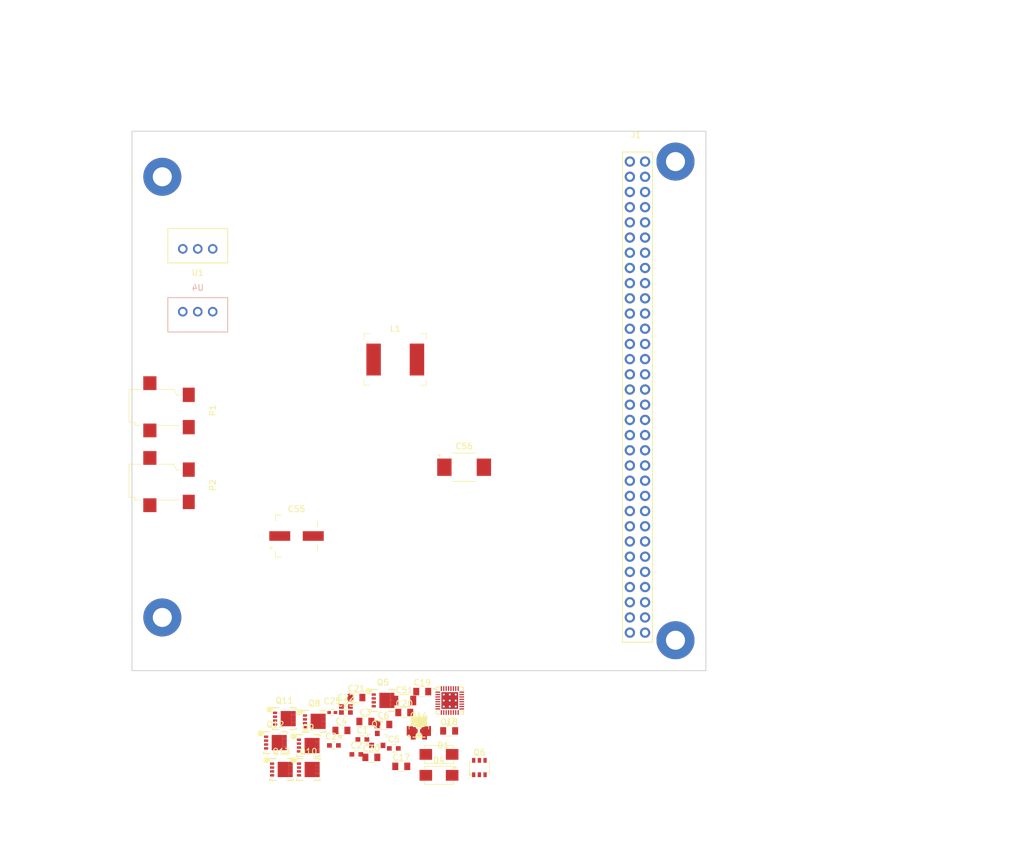
<source format=kicad_pcb>
(kicad_pcb (version 4) (host pcbnew 4.0.7-e2-6376~58~ubuntu16.04.1)
  (title_block (title "Panel Connector Board") (date 2018-02-04) (company "SFU Satellite Design Team"))
  (layers (0 F.Cu signal) (31 B.Cu signal) (34 B.Paste user) (35 F.Paste user) (36 B.SilkS user) (37 F.SilkS user) (38 B.Mask user) (39 F.Mask user) (44 Edge.Cuts user))
  (net 0 "")
  (net 1 "Net-(J1-Pad31B)")
  (net 2 "Net-(J1-Pad30B)")
  (net 3 "Net-(J1-Pad29B)")
  (net 4 "Net-(J1-Pad28B)")
  (net 5 "Net-(J1-Pad27B)")
  (net 6 "Net-(J1-Pad22B)")
  (net 7 "Net-(J1-Pad21B)")
  (net 8 "Net-(J1-Pad20B)")
  (net 9 "Net-(J1-Pad19B)")
  (net 10 "Net-(J1-Pad16B)")
  (net 11 "Net-(J1-Pad15B)")
  (net 12 "Net-(J1-Pad14B)")
  (net 13 "Net-(J1-Pad13B)")
  (net 14 "Net-(J1-Pad12B)")
  (net 15 "Net-(J1-Pad11B)")
  (net 16 "Net-(J1-Pad10B)")
  (net 17 "Net-(J1-Pad8B)")
  (net 18 "Net-(J1-Pad7B)")
  (net 19 "Net-(J1-Pad6B)")
  (net 20 "Net-(J1-Pad5B)")
  (net 21 "Net-(J1-Pad4B)")
  (net 22 "Net-(J1-Pad3B)")
  (net 23 "Net-(J1-Pad2B)")
  (net 24 "Net-(J1-Pad31A)")
  (net 25 "Net-(J1-Pad30A)")
  (net 26 "Net-(J1-Pad29A)")
  (net 27 "Net-(J1-Pad28A)")
  (net 28 "Net-(J1-Pad27A)")
  (net 29 "Net-(J1-Pad26A)")
  (net 30 "Net-(J1-Pad25A)")
  (net 31 "Net-(J1-Pad24A)")
  (net 32 "Net-(J1-Pad23A)")
  (net 33 "Net-(J1-Pad22A)")
  (net 34 "Net-(J1-Pad21A)")
  (net 35 "Net-(J1-Pad20A)")
  (net 36 "Net-(J1-Pad19A)")
  (net 37 "Net-(J1-Pad18A)")
  (net 38 "Net-(J1-Pad17A)")
  (net 39 "Net-(J1-Pad16A)")
  (net 40 "Net-(J1-Pad15A)")
  (net 41 "Net-(J1-Pad14A)")
  (net 42 "Net-(J1-Pad11A)")
  (net 43 "Net-(J1-Pad10A)")
  (net 44 "Net-(J1-Pad9A)")
  (net 45 "Net-(J1-Pad8A)")
  (net 46 "Net-(J1-Pad7A)")
  (net 47 "Net-(J1-Pad6A)")
  (net 48 "Net-(J1-Pad5A)")
  (net 49 "Net-(J1-Pad4A)")
  (net 50 "Net-(J1-Pad3A)")
  (net 51 "Net-(J1-Pad2A)")
  (net 52 "Net-(J1-Pad1A)")
  (net 53 "Net-(J1-Pad26B)")
  (net 54 "Net-(J1-Pad25B)")
  (net 55 "Net-(J1-Pad24B)")
  (net 56 "Net-(J1-Pad23B)")
  (net 57 "Net-(J1-Pad18B)")
  (net 58 "Net-(J1-Pad17B)")
  (net 59 GND)
  (net 60 "Net-(C1-Pad1)")
  (net 61 GNDPWR)
  (net 62 "Net-(C2-Pad1)")
  (net 63 "Net-(C2-Pad2)")
  (net 64 "Net-(C17-Pad1)")
  (net 65 /BMS_new/ILIM_HIZ)
  (net 66 "Net-(C22-Pad1)")
  (net 67 "Net-(C23-Pad2)")
  (net 68 /BMS_new/VDDA)
  (net 69 "Net-(C25-Pad2)")
  (net 70 "Net-(C26-Pad2)")
  (net 71 "Net-(C28-Pad1)")
  (net 72 "Net-(C29-Pad1)")
  (net 73 /BMS_new/VBUS)
  (net 74 "Net-(C32-Pad1)")
  (net 75 "Net-(C33-Pad2)")
  (net 76 "Net-(C34-Pad2)")
  (net 77 "Net-(C35-Pad1)")
  (net 78 "Net-(C35-Pad2)")
  (net 79 "Net-(C36-Pad1)")
  (net 80 "Net-(C37-Pad2)")
  (net 81 /BMS_new/REGN)
  (net 82 "Net-(C39-Pad1)")
  (net 83 "Net-(C40-Pad1)")
  (net 84 "Net-(C41-Pad1)")
  (net 85 "Net-(C42-Pad1)")
  (net 86 /BMS_new/VSYS)
  (net 87 "Net-(C45-Pad1)")
  (net 88 /BMS_new/VBAT+)
  (net 89 /BMS_new/ILIM_control)
  (net 90 /BMS_new/VIN)
  (net 91 "Net-(Q6-Pad1)")
  (net 92 "Net-(Q6-Pad3)")
  (net 93 "Net-(Q6-Pad5)")
  (net 94 /BMS_new/CHG_OK)
  (net 95 "Net-(Q9-Pad4)")
  (net 96 "Net-(Q12-Pad4)")
  (net 97 "Net-(Q13-Pad4)")
  (net 98 "Net-(Q14-Pad3)")
  (net 99 "Net-(Q14-Pad1)")
  (net 100 /BMS_new/3V3)
  (net 101 "Net-(R25-Pad2)")
  (net 102 "Net-(R31-Pad1)")
  (net 103 "Net-(R33-Pad1)")
  (net 104 "Net-(R34-Pad2)")
  (net 105 "Net-(R35-Pad2)")
  (net 106 "Net-(R36-Pad2)")
  (net 107 "Net-(R38-Pad2)")
  (net 108 "Net-(R40-Pad2)")
  (net 109 "Net-(R45-Pad2)")
  (net 110 "Net-(R49-Pad2)")
  (net 111 "Net-(R51-Pad1)")
  (net 112 "Net-(R54-Pad2)")
  (net 113 "Net-(R55-Pad1)")
  (net 114 "Net-(U1-Pad1)")
  (net 115 "Net-(U1-Pad3)")
  (net 116 "Net-(U1-Pad2)")
  (net 117 "Net-(U4-Pad1)")
  (net 118 "Net-(U4-Pad3)")
  (net 119 "Net-(U4-Pad2)")
  (net 120 "Net-(U7-Pad5)")
  (net 121 "Net-(J1-Pad32B)")
  (net 122 "Net-(J1-Pad1B)")
  (net 123 "Net-(J1-Pad32A)")
  (net 124 "Net-(J1-Pad13A)")
  (net 125 "Net-(J1-Pad12A)")
  (net 126 "Net-(P1-Pad3)")
  (net 127 "Net-(P1-Pad2)")
  (net 128 "Net-(P1-Pad1)")
  (net 129 "Net-(P2-Pad3)")
  (net 130 "Net-(P2-Pad2)")
  (net 131 "Net-(P2-Pad1)")
  (module SFUSat:PC104PTH (layer F.Cu) (at 195.81 129.92)
    (fp_text reference J5 hide)
    (fp_text value PC104PTH hide)
    (pad 1 thru_hole circle (at 0 0) (size 6.35 6.35) (drill 3.18) (layers *.Cu *.Mask) (net 59 GND))
  )
  (module SFUSat:PC104PTH (layer F.Cu) (at 195.81 49.91)
    (fp_text reference J4 hide)
    (fp_text value PC104PTH hide)
    (pad 1 thru_hole circle (at 0 0) (size 6.35 6.35) (drill 3.18) (layers *.Cu *.Mask) (net 59 GND))
  )
  (module SFUSat:PC104PTH (layer F.Cu) (at 110.08 52.45)
    (fp_text reference J3 hide)
    (fp_text value PC104PTH hide)
    (pad 1 thru_hole circle (at 0 0) (size 6.35 6.35) (drill 3.18) (layers *.Cu *.Mask) (net 59 GND))
  )
  (module SFUSat:PC104PTH (layer F.Cu) (at 110.08 126.11)
    (fp_text reference J2 hide)
    (fp_text value PC104PTH hide)
    (pad 1 thru_hole circle (at 0 0) (size 6.35 6.35) (drill 3.18) (layers *.Cu *.Mask) (net 59 GND))
  )
  (module SFUSat:PC104-8bit (layer F.Cu) (at 189.46 89.28)
    (fp_text reference J1 (at -0.254 -43.815) (layer F.SilkS))
    (fp_text value PC104-8BIT)
    (pad 32B thru_hole circle (at -1.27 -39.37) (size 1.72 1.72) (drill 1.02) (layers *.Cu *.Mask) (net 121 "Net-(J1-Pad32B)"))
    (pad 31B thru_hole circle (at -1.27 -36.83) (size 1.72 1.72) (drill 1.02) (layers *.Cu *.Mask) (net 1 "Net-(J1-Pad31B)"))
    (pad 30B thru_hole circle (at -1.27 -34.29) (size 1.72 1.72) (drill 1.02) (layers *.Cu *.Mask) (net 2 "Net-(J1-Pad30B)"))
    (pad 29B thru_hole circle (at -1.27 -31.75) (size 1.72 1.72) (drill 1.02) (layers *.Cu *.Mask) (net 3 "Net-(J1-Pad29B)"))
    (pad 28B thru_hole circle (at -1.27 -29.21) (size 1.72 1.72) (drill 1.02) (layers *.Cu *.Mask) (net 4 "Net-(J1-Pad28B)"))
    (pad 27B thru_hole circle (at -1.27 -26.67) (size 1.72 1.72) (drill 1.02) (layers *.Cu *.Mask) (net 5 "Net-(J1-Pad27B)"))
    (pad 26B thru_hole circle (at -1.27 -24.13) (size 1.72 1.72) (drill 1.02) (layers *.Cu *.Mask) (net 53 "Net-(J1-Pad26B)"))
    (pad 25B thru_hole circle (at -1.27 -21.59) (size 1.72 1.72) (drill 1.02) (layers *.Cu *.Mask) (net 54 "Net-(J1-Pad25B)"))
    (pad 24B thru_hole circle (at -1.27 -19.05) (size 1.72 1.72) (drill 1.02) (layers *.Cu *.Mask) (net 55 "Net-(J1-Pad24B)"))
    (pad 23B thru_hole circle (at -1.27 -16.51) (size 1.72 1.72) (drill 1.02) (layers *.Cu *.Mask) (net 56 "Net-(J1-Pad23B)"))
    (pad 22B thru_hole circle (at -1.27 -13.97) (size 1.72 1.72) (drill 1.02) (layers *.Cu *.Mask) (net 6 "Net-(J1-Pad22B)"))
    (pad 21B thru_hole circle (at -1.27 -11.43) (size 1.72 1.72) (drill 1.02) (layers *.Cu *.Mask) (net 7 "Net-(J1-Pad21B)"))
    (pad 20B thru_hole circle (at -1.27 -8.89) (size 1.72 1.72) (drill 1.02) (layers *.Cu *.Mask) (net 8 "Net-(J1-Pad20B)"))
    (pad 19B thru_hole circle (at -1.27 -6.35) (size 1.72 1.72) (drill 1.02) (layers *.Cu *.Mask) (net 9 "Net-(J1-Pad19B)"))
    (pad 18B thru_hole circle (at -1.27 -3.81) (size 1.72 1.72) (drill 1.02) (layers *.Cu *.Mask) (net 57 "Net-(J1-Pad18B)"))
    (pad 17B thru_hole circle (at -1.27 -1.27) (size 1.72 1.72) (drill 1.02) (layers *.Cu *.Mask) (net 58 "Net-(J1-Pad17B)"))
    (pad 16B thru_hole circle (at -1.27 1.27) (size 1.72 1.72) (drill 1.02) (layers *.Cu *.Mask) (net 10 "Net-(J1-Pad16B)"))
    (pad 15B thru_hole circle (at -1.27 3.81) (size 1.72 1.72) (drill 1.02) (layers *.Cu *.Mask) (net 11 "Net-(J1-Pad15B)"))
    (pad 14B thru_hole circle (at -1.27 6.35) (size 1.72 1.72) (drill 1.02) (layers *.Cu *.Mask) (net 12 "Net-(J1-Pad14B)"))
    (pad 13B thru_hole circle (at -1.27 8.89) (size 1.72 1.72) (drill 1.02) (layers *.Cu *.Mask) (net 13 "Net-(J1-Pad13B)"))
    (pad 12B thru_hole circle (at -1.27 11.43) (size 1.72 1.72) (drill 1.02) (layers *.Cu *.Mask) (net 14 "Net-(J1-Pad12B)"))
    (pad 11B thru_hole circle (at -1.27 13.97) (size 1.72 1.72) (drill 1.02) (layers *.Cu *.Mask) (net 15 "Net-(J1-Pad11B)"))
    (pad 10B thru_hole circle (at -1.27 16.51) (size 1.72 1.72) (drill 1.02) (layers *.Cu *.Mask) (net 16 "Net-(J1-Pad10B)"))
    (pad 9B thru_hole circle (at -1.27 19.05) (size 1.72 1.72) (drill 1.02) (layers *.Cu *.Mask))
    (pad 8B thru_hole circle (at -1.27 21.59) (size 1.72 1.72) (drill 1.02) (layers *.Cu *.Mask) (net 17 "Net-(J1-Pad8B)"))
    (pad 7B thru_hole circle (at -1.27 24.13) (size 1.72 1.72) (drill 1.02) (layers *.Cu *.Mask) (net 18 "Net-(J1-Pad7B)"))
    (pad 6B thru_hole circle (at -1.27 26.67) (size 1.72 1.72) (drill 1.02) (layers *.Cu *.Mask) (net 19 "Net-(J1-Pad6B)"))
    (pad 5B thru_hole circle (at -1.27 29.21) (size 1.72 1.72) (drill 1.02) (layers *.Cu *.Mask) (net 20 "Net-(J1-Pad5B)"))
    (pad 4B thru_hole circle (at -1.27 31.75) (size 1.72 1.72) (drill 1.02) (layers *.Cu *.Mask) (net 21 "Net-(J1-Pad4B)"))
    (pad 3B thru_hole circle (at -1.27 34.29) (size 1.72 1.72) (drill 1.02) (layers *.Cu *.Mask) (net 22 "Net-(J1-Pad3B)"))
    (pad 2B thru_hole circle (at -1.27 36.83) (size 1.72 1.72) (drill 1.02) (layers *.Cu *.Mask) (net 23 "Net-(J1-Pad2B)"))
    (pad 1B thru_hole circle (at -1.27 39.37) (size 1.72 1.72) (drill 1.02) (layers *.Cu *.Mask) (net 122 "Net-(J1-Pad1B)"))
    (pad 32A thru_hole circle (at 1.27 -39.37) (size 1.72 1.72) (drill 1.02) (layers *.Cu *.Mask) (net 123 "Net-(J1-Pad32A)"))
    (pad 31A thru_hole circle (at 1.27 -36.83) (size 1.72 1.72) (drill 1.02) (layers *.Cu *.Mask) (net 24 "Net-(J1-Pad31A)"))
    (pad 30A thru_hole circle (at 1.27 -34.29) (size 1.72 1.72) (drill 1.02) (layers *.Cu *.Mask) (net 25 "Net-(J1-Pad30A)"))
    (pad 29A thru_hole circle (at 1.27 -31.75) (size 1.72 1.72) (drill 1.02) (layers *.Cu *.Mask) (net 26 "Net-(J1-Pad29A)"))
    (pad 28A thru_hole circle (at 1.27 -29.21) (size 1.72 1.72) (drill 1.02) (layers *.Cu *.Mask) (net 27 "Net-(J1-Pad28A)"))
    (pad 27A thru_hole circle (at 1.27 -26.67) (size 1.72 1.72) (drill 1.02) (layers *.Cu *.Mask) (net 28 "Net-(J1-Pad27A)"))
    (pad 26A thru_hole circle (at 1.27 -24.13) (size 1.72 1.72) (drill 1.02) (layers *.Cu *.Mask) (net 29 "Net-(J1-Pad26A)"))
    (pad 25A thru_hole circle (at 1.27 -21.59) (size 1.72 1.72) (drill 1.02) (layers *.Cu *.Mask) (net 30 "Net-(J1-Pad25A)"))
    (pad 24A thru_hole circle (at 1.27 -19.05) (size 1.72 1.72) (drill 1.02) (layers *.Cu *.Mask) (net 31 "Net-(J1-Pad24A)"))
    (pad 23A thru_hole circle (at 1.27 -16.51) (size 1.72 1.72) (drill 1.02) (layers *.Cu *.Mask) (net 32 "Net-(J1-Pad23A)"))
    (pad 22A thru_hole circle (at 1.27 -13.97) (size 1.72 1.72) (drill 1.02) (layers *.Cu *.Mask) (net 33 "Net-(J1-Pad22A)"))
    (pad 21A thru_hole circle (at 1.27 -11.43) (size 1.72 1.72) (drill 1.02) (layers *.Cu *.Mask) (net 34 "Net-(J1-Pad21A)"))
    (pad 20A thru_hole circle (at 1.27 -8.89) (size 1.72 1.72) (drill 1.02) (layers *.Cu *.Mask) (net 35 "Net-(J1-Pad20A)"))
    (pad 19A thru_hole circle (at 1.27 -6.35) (size 1.72 1.72) (drill 1.02) (layers *.Cu *.Mask) (net 36 "Net-(J1-Pad19A)"))
    (pad 18A thru_hole circle (at 1.27 -3.81) (size 1.72 1.72) (drill 1.02) (layers *.Cu *.Mask) (net 37 "Net-(J1-Pad18A)"))
    (pad 17A thru_hole circle (at 1.27 -1.27) (size 1.72 1.72) (drill 1.02) (layers *.Cu *.Mask) (net 38 "Net-(J1-Pad17A)"))
    (pad 16A thru_hole circle (at 1.27 1.27) (size 1.72 1.72) (drill 1.02) (layers *.Cu *.Mask) (net 39 "Net-(J1-Pad16A)"))
    (pad 15A thru_hole circle (at 1.27 3.81) (size 1.72 1.72) (drill 1.02) (layers *.Cu *.Mask) (net 40 "Net-(J1-Pad15A)"))
    (pad 14A thru_hole circle (at 1.27 6.35) (size 1.72 1.72) (drill 1.02) (layers *.Cu *.Mask) (net 41 "Net-(J1-Pad14A)"))
    (pad 13A thru_hole circle (at 1.27 8.89) (size 1.72 1.72) (drill 1.02) (layers *.Cu *.Mask) (net 124 "Net-(J1-Pad13A)"))
    (pad 12A thru_hole circle (at 1.27 11.43) (size 1.72 1.72) (drill 1.02) (layers *.Cu *.Mask) (net 125 "Net-(J1-Pad12A)"))
    (pad 11A thru_hole circle (at 1.27 13.97) (size 1.72 1.72) (drill 1.02) (layers *.Cu *.Mask) (net 42 "Net-(J1-Pad11A)"))
    (pad 10A thru_hole circle (at 1.27 16.51) (size 1.72 1.72) (drill 1.02) (layers *.Cu *.Mask) (net 43 "Net-(J1-Pad10A)"))
    (pad 9A thru_hole circle (at 1.27 19.05) (size 1.72 1.72) (drill 1.02) (layers *.Cu *.Mask) (net 44 "Net-(J1-Pad9A)"))
    (pad 8A thru_hole circle (at 1.27 21.59) (size 1.72 1.72) (drill 1.02) (layers *.Cu *.Mask) (net 45 "Net-(J1-Pad8A)"))
    (pad 7A thru_hole circle (at 1.27 24.13) (size 1.72 1.72) (drill 1.02) (layers *.Cu *.Mask) (net 46 "Net-(J1-Pad7A)"))
    (pad 6A thru_hole circle (at 1.27 26.67) (size 1.72 1.72) (drill 1.02) (layers *.Cu *.Mask) (net 47 "Net-(J1-Pad6A)"))
    (pad 5A thru_hole circle (at 1.27 29.21) (size 1.72 1.72) (drill 1.02) (layers *.Cu *.Mask) (net 48 "Net-(J1-Pad5A)"))
    (pad 4A thru_hole circle (at 1.27 31.75) (size 1.72 1.72) (drill 1.02) (layers *.Cu *.Mask) (net 49 "Net-(J1-Pad4A)"))
    (pad 3A thru_hole circle (at 1.27 34.29) (size 1.72 1.72) (drill 1.02) (layers *.Cu *.Mask) (net 50 "Net-(J1-Pad3A)"))
    (pad 2A thru_hole circle (at 1.27 36.83) (size 1.72 1.72) (drill 1.02) (layers *.Cu *.Mask) (net 51 "Net-(J1-Pad2A)"))
    (pad 1A thru_hole circle (at 1.27 39.37) (size 1.72 1.72) (drill 1.02) (layers *.Cu *.Mask) (net 52 "Net-(J1-Pad1A)"))
  )
  (module SFUSat-cap:C_0603 (layer F.Cu) (at 143.5 146.5)
    (fp_text reference C1 (at 0 -1.5) (layer F.SilkS))
    (fp_text value 1u0)
    (pad 1 smd rect (at -0.75 0) (size 0.8 0.75) (layers F.Cu F.Paste F.Mask) (net 60 "Net-(C1-Pad1)"))
    (pad 2 smd rect (at 0.75 0) (size 0.8 0.75) (layers F.Cu F.Paste F.Mask) (net 61 GNDPWR))
  )
  (module SFUSat-cap:C_0603 (layer F.Cu) (at 142.5 149)
    (fp_text reference C2 (at 0 -1.5) (layer F.SilkS))
    (fp_text value 100n0)
    (pad 1 smd rect (at -0.75 0) (size 0.8 0.75) (layers F.Cu F.Paste F.Mask) (net 62 "Net-(C2-Pad1)"))
    (pad 2 smd rect (at 0.75 0) (size 0.8 0.75) (layers F.Cu F.Paste F.Mask) (net 63 "Net-(C2-Pad2)"))
  )
  (module SFUSat-cap:C_0805 (layer F.Cu) (at 144 143.5)
    (fp_text reference C3 (at 0 -1.5) (layer F.SilkS))
    (fp_text value 10u0)
    (pad 1 smd rect (at -1 0) (size 1 1.25) (layers F.Cu F.Paste F.Mask) (net 64 "Net-(C17-Pad1)"))
    (pad 2 smd rect (at 1 0) (size 1 1.25) (layers F.Cu F.Paste F.Mask) (net 61 GNDPWR))
  )
  (module SFUSat-cap:C_0805 (layer F.Cu) (at 140 145)
    (fp_text reference C4 (at 0 -1.5) (layer F.SilkS))
    (fp_text value 10u0)
    (pad 1 smd rect (at -1 0) (size 1 1.25) (layers F.Cu F.Paste F.Mask) (net 64 "Net-(C17-Pad1)"))
    (pad 2 smd rect (at 1 0) (size 1 1.25) (layers F.Cu F.Paste F.Mask) (net 61 GNDPWR))
  )
  (module SFUSat-cap:C_0603 (layer F.Cu) (at 148.75 148)
    (fp_text reference C5 (at 0 -1.5) (layer F.SilkS))
    (fp_text value 100p0)
    (pad 1 smd rect (at -0.75 0) (size 0.8 0.75) (layers F.Cu F.Paste F.Mask) (net 65 /BMS_new/ILIM_HIZ))
    (pad 2 smd rect (at 0.75 0) (size 0.8 0.75) (layers F.Cu F.Paste F.Mask) (net 59 GND))
  )
  (module SFUSat-cap:C_0805 (layer F.Cu) (at 147 144)
    (fp_text reference C6 (at 0 -1.5) (layer F.SilkS))
    (fp_text value 10u0)
    (pad 1 smd rect (at -1 0) (size 1 1.25) (layers F.Cu F.Paste F.Mask) (net 64 "Net-(C17-Pad1)"))
    (pad 2 smd rect (at 1 0) (size 1 1.25) (layers F.Cu F.Paste F.Mask) (net 61 GNDPWR))
  )
  (module SFUSat-cap:C_0805 (layer F.Cu) (at 150 151)
    (fp_text reference C17 (at 0 -1.5) (layer F.SilkS))
    (fp_text value 10u0)
    (pad 1 smd rect (at -1 0) (size 1 1.25) (layers F.Cu F.Paste F.Mask) (net 64 "Net-(C17-Pad1)"))
    (pad 2 smd rect (at 1 0) (size 1 1.25) (layers F.Cu F.Paste F.Mask) (net 61 GNDPWR))
  )
  (module SFUSat-cap:C_0805 (layer F.Cu) (at 158 145.075001)
    (fp_text reference C18 (at 0 -1.5) (layer F.SilkS))
    (fp_text value 10u0)
    (pad 1 smd rect (at -1 0) (size 1 1.25) (layers F.Cu F.Paste F.Mask) (net 64 "Net-(C17-Pad1)"))
    (pad 2 smd rect (at 1 0) (size 1 1.25) (layers F.Cu F.Paste F.Mask) (net 61 GNDPWR))
  )
  (module SFUSat-cap:C_0805 (layer F.Cu) (at 153.5 138.5)
    (fp_text reference C19 (at 0 -1.5) (layer F.SilkS))
    (fp_text value 10u0)
    (pad 1 smd rect (at -1 0) (size 1 1.25) (layers F.Cu F.Paste F.Mask) (net 64 "Net-(C17-Pad1)"))
    (pad 2 smd rect (at 1 0) (size 1 1.25) (layers F.Cu F.Paste F.Mask) (net 61 GNDPWR))
  )
  (module SFUSat-cap:C_0805 (layer F.Cu) (at 150.5 142)
    (fp_text reference C20 (at 0 -1.5) (layer F.SilkS))
    (fp_text value 10u0)
    (pad 1 smd rect (at -1 0) (size 1 1.25) (layers F.Cu F.Paste F.Mask) (net 64 "Net-(C17-Pad1)"))
    (pad 2 smd rect (at 1 0) (size 1 1.25) (layers F.Cu F.Paste F.Mask) (net 61 GNDPWR))
  )
  (module SFUSat-cap:C_0805 (layer F.Cu) (at 142.5 139.5)
    (fp_text reference C21 (at 0 -1.5) (layer F.SilkS))
    (fp_text value 10u0)
    (pad 1 smd rect (at -1 0) (size 1 1.25) (layers F.Cu F.Paste F.Mask) (net 64 "Net-(C17-Pad1)"))
    (pad 2 smd rect (at 1 0) (size 1 1.25) (layers F.Cu F.Paste F.Mask) (net 61 GNDPWR))
  )
  (module SFUSat-cap:C_0603 (layer F.Cu) (at 140.75 141)
    (fp_text reference C22 (at 0 -1.5) (layer F.SilkS))
    (fp_text value 33n0)
    (pad 1 smd rect (at -0.75 0) (size 0.8 0.75) (layers F.Cu F.Paste F.Mask) (net 66 "Net-(C22-Pad1)"))
    (pad 2 smd rect (at 0.75 0) (size 0.8 0.75) (layers F.Cu F.Paste F.Mask) (net 59 GND))
  )
  (module SFUSat-cap:C_0603 (layer F.Cu) (at 140.75 142)
    (fp_text reference C23 (at 0 -1.5) (layer F.SilkS))
    (fp_text value 10n0)
    (pad 1 smd rect (at -0.75 0) (size 0.8 0.75) (layers F.Cu F.Paste F.Mask) (net 66 "Net-(C22-Pad1)"))
    (pad 2 smd rect (at 0.75 0) (size 0.8 0.75) (layers F.Cu F.Paste F.Mask) (net 67 "Net-(C23-Pad2)"))
  )
  (module SFUSat-cap:C_0603 (layer F.Cu) (at 138.75 147.5)
    (fp_text reference C24 (at 0 -1.5) (layer F.SilkS))
    (fp_text value 1u0)
    (pad 1 smd rect (at -0.75 0) (size 0.8 0.75) (layers F.Cu F.Paste F.Mask) (net 68 /BMS_new/VDDA))
    (pad 2 smd rect (at 0.75 0) (size 0.8 0.75) (layers F.Cu F.Paste F.Mask) (net 59 GND))
  )
  (module SFUSat-cap:C_0402 (layer F.Cu) (at 138.475 142)
    (fp_text reference C25 (at 0 -1.9) (layer F.SilkS))
    (fp_text value 33p0)
    (pad 1 smd rect (at -0.525 0) (size 0.6 0.5) (layers F.Cu F.Paste F.Mask) (net 59 GND))
    (pad 2 smd rect (at 0.525 0) (size 0.6 0.5) (layers F.Cu F.Paste F.Mask) (net 69 "Net-(C25-Pad2)"))
  )
  (module SFUSat-cap:C_0402 (layer F.Cu) (at 152.945 145.075001)
    (fp_text reference C26 (at 0 -1.9) (layer F.SilkS))
    (fp_text value 1n8)
    (pad 1 smd rect (at -0.525 0) (size 0.6 0.5) (layers F.Cu F.Paste F.Mask) (net 59 GND))
    (pad 2 smd rect (at 0.525 0) (size 0.6 0.5) (layers F.Cu F.Paste F.Mask) (net 70 "Net-(C26-Pad2)"))
  )
  (module SFUSat-cap:C_0603 (layer F.Cu) (at 152.945 145.075001)
    (fp_text reference C27 (at 0 -1.5) (layer F.SilkS))
    (fp_text value 33n0)
    (pad 1 smd rect (at -0.75 0) (size 0.8 0.75) (layers F.Cu F.Paste F.Mask) (net 67 "Net-(C23-Pad2)"))
    (pad 2 smd rect (at 0.75 0) (size 0.8 0.75) (layers F.Cu F.Paste F.Mask) (net 59 GND))
  )
  (module SFUSat-cap:C_0603 (layer F.Cu) (at 152.945 145.075001)
    (fp_text reference C28 (at 0 -1.5) (layer F.SilkS))
    (fp_text value C_150p0_5%_50V_NP0_0603)
    (pad 1 smd rect (at -0.75 0) (size 0.8 0.75) (layers F.Cu F.Paste F.Mask) (net 71 "Net-(C28-Pad1)"))
    (pad 2 smd rect (at 0.75 0) (size 0.8 0.75) (layers F.Cu F.Paste F.Mask) (net 59 GND))
  )
  (module SFUSat-cap:C_0603 (layer F.Cu) (at 152.945 145.075001)
    (fp_text reference C29 (at 0 -1.5) (layer F.SilkS))
    (fp_text value 10n0)
    (pad 1 smd rect (at -0.75 0) (size 0.8 0.75) (layers F.Cu F.Paste F.Mask) (net 72 "Net-(C29-Pad1)"))
    (pad 2 smd rect (at 0.75 0) (size 0.8 0.75) (layers F.Cu F.Paste F.Mask) (net 61 GNDPWR))
  )
  (module SFUSat-cap:C_0805 (layer F.Cu) (at 145 149.5)
    (fp_text reference C30 (at 0 -1.5) (layer F.SilkS))
    (fp_text value 470n0)
    (pad 1 smd rect (at -1 0) (size 1 1.25) (layers F.Cu F.Paste F.Mask) (net 73 /BMS_new/VBUS))
    (pad 2 smd rect (at 1 0) (size 1 1.25) (layers F.Cu F.Paste F.Mask) (net 59 GND))
  )
  (module SFUSat-cap:C_0402 (layer F.Cu) (at 152.945 145.075001)
    (fp_text reference C31 (at 0 -1.9) (layer F.SilkS))
    (fp_text value 1n0)
    (pad 1 smd rect (at -0.525 0) (size 0.6 0.5) (layers F.Cu F.Paste F.Mask) (net 72 "Net-(C29-Pad1)"))
    (pad 2 smd rect (at 0.525 0) (size 0.6 0.5) (layers F.Cu F.Paste F.Mask) (net 61 GNDPWR))
  )
  (module SFUSat-cap:C_0603 (layer F.Cu) (at 152.945 145.075001)
    (fp_text reference C32 (at 0 -1.5) (layer F.SilkS))
    (fp_text value 150p)
    (pad 1 smd rect (at -0.75 0) (size 0.8 0.75) (layers F.Cu F.Paste F.Mask) (net 74 "Net-(C32-Pad1)"))
    (pad 2 smd rect (at 0.75 0) (size 0.8 0.75) (layers F.Cu F.Paste F.Mask) (net 61 GNDPWR))
  )
  (module SFUSat-cap:C_0603 (layer F.Cu) (at 152.945 145.075001)
    (fp_text reference C33 (at 0 -1.5) (layer F.SilkS))
    (fp_text value 330p)
    (pad 1 smd rect (at -0.75 0) (size 0.8 0.75) (layers F.Cu F.Paste F.Mask) (net 72 "Net-(C29-Pad1)"))
    (pad 2 smd rect (at 0.75 0) (size 0.8 0.75) (layers F.Cu F.Paste F.Mask) (net 75 "Net-(C33-Pad2)"))
  )
  (module SFUSat-cap:C_0603 (layer F.Cu) (at 152.945 145.075001)
    (fp_text reference C34 (at 0 -1.5) (layer F.SilkS))
    (fp_text value 47n)
    (pad 1 smd rect (at -0.75 0) (size 0.8 0.75) (layers F.Cu F.Paste F.Mask) (net 72 "Net-(C29-Pad1)"))
    (pad 2 smd rect (at 0.75 0) (size 0.8 0.75) (layers F.Cu F.Paste F.Mask) (net 76 "Net-(C34-Pad2)"))
  )
  (module SFUSat-cap:C_0603 (layer F.Cu) (at 152.945 145.075001)
    (fp_text reference C35 (at 0 -1.5) (layer F.SilkS))
    (fp_text value 47n)
    (pad 1 smd rect (at -0.75 0) (size 0.8 0.75) (layers F.Cu F.Paste F.Mask) (net 77 "Net-(C35-Pad1)"))
    (pad 2 smd rect (at 0.75 0) (size 0.8 0.75) (layers F.Cu F.Paste F.Mask) (net 78 "Net-(C35-Pad2)"))
  )
  (module SFUSat-cap:C_0402 (layer F.Cu) (at 152.945 145.075001)
    (fp_text reference C36 (at 0 -1.9) (layer F.SilkS))
    (fp_text value 15p0)
    (pad 1 smd rect (at -0.525 0) (size 0.6 0.5) (layers F.Cu F.Paste F.Mask) (net 79 "Net-(C36-Pad1)"))
    (pad 2 smd rect (at 0.525 0) (size 0.6 0.5) (layers F.Cu F.Paste F.Mask) (net 59 GND))
  )
  (module SFUSat-cap:C_0603 (layer F.Cu) (at 152.945 145.075001)
    (fp_text reference C37 (at 0 -1.5) (layer F.SilkS))
    (fp_text value 330p)
    (pad 1 smd rect (at -0.75 0) (size 0.8 0.75) (layers F.Cu F.Paste F.Mask) (net 77 "Net-(C35-Pad1)"))
    (pad 2 smd rect (at 0.75 0) (size 0.8 0.75) (layers F.Cu F.Paste F.Mask) (net 80 "Net-(C37-Pad2)"))
  )
  (module SFUSat-cap:C_0603 (layer F.Cu) (at 152.945 145.075001)
    (fp_text reference C38 (at 0 -1.5) (layer F.SilkS))
    (fp_text value 2u2)
    (pad 1 smd rect (at -0.75 0) (size 0.8 0.75) (layers F.Cu F.Paste F.Mask) (net 81 /BMS_new/REGN))
    (pad 2 smd rect (at 0.75 0) (size 0.8 0.75) (layers F.Cu F.Paste F.Mask) (net 61 GNDPWR))
  )
  (module SFUSat-cap:C_0603 (layer F.Cu) (at 152.945 145.075001)
    (fp_text reference C39 (at 0 -1.5) (layer F.SilkS))
    (fp_text value 100p0)
    (pad 1 smd rect (at -0.75 0) (size 0.8 0.75) (layers F.Cu F.Paste F.Mask) (net 82 "Net-(C39-Pad1)"))
    (pad 2 smd rect (at 0.75 0) (size 0.8 0.75) (layers F.Cu F.Paste F.Mask) (net 61 GNDPWR))
  )
  (module SFUSat-cap:C_0603 (layer F.Cu) (at 152.945 145.075001)
    (fp_text reference C40 (at 0 -1.5) (layer F.SilkS))
    (fp_text value 150p)
    (pad 1 smd rect (at -0.75 0) (size 0.8 0.75) (layers F.Cu F.Paste F.Mask) (net 83 "Net-(C40-Pad1)"))
    (pad 2 smd rect (at 0.75 0) (size 0.8 0.75) (layers F.Cu F.Paste F.Mask) (net 61 GNDPWR))
  )
  (module SFUSat-cap:C_0603 (layer F.Cu) (at 152.945 145.075001)
    (fp_text reference C41 (at 0 -1.5) (layer F.SilkS))
    (fp_text value 100p0)
    (pad 1 smd rect (at -0.75 0) (size 0.8 0.75) (layers F.Cu F.Paste F.Mask) (net 84 "Net-(C41-Pad1)"))
    (pad 2 smd rect (at 0.75 0) (size 0.8 0.75) (layers F.Cu F.Paste F.Mask) (net 61 GNDPWR))
  )
  (module SFUSat-cap:C_0402 (layer F.Cu) (at 152.945 145.075001)
    (fp_text reference C42 (at 0 -1.9) (layer F.SilkS))
    (fp_text value 680p)
    (pad 1 smd rect (at -0.525 0) (size 0.6 0.5) (layers F.Cu F.Paste F.Mask) (net 85 "Net-(C42-Pad1)"))
    (pad 2 smd rect (at 0.525 0) (size 0.6 0.5) (layers F.Cu F.Paste F.Mask) (net 59 GND))
  )
  (module SFUSat-cap:C_0603 (layer F.Cu) (at 152.945 145.075001)
    (fp_text reference C43 (at 0 -1.5) (layer F.SilkS))
    (fp_text value 10n)
    (pad 1 smd rect (at -0.75 0) (size 0.8 0.75) (layers F.Cu F.Paste F.Mask) (net 86 /BMS_new/VSYS))
    (pad 2 smd rect (at 0.75 0) (size 0.8 0.75) (layers F.Cu F.Paste F.Mask) (net 61 GNDPWR))
  )
  (module SFUSat-cap:C_0805 (layer F.Cu) (at 152.945 145.075001)
    (fp_text reference C44 (at 0 -1.5) (layer F.SilkS))
    (fp_text value 10u)
    (pad 1 smd rect (at -1 0) (size 1 1.25) (layers F.Cu F.Paste F.Mask) (net 86 /BMS_new/VSYS))
    (pad 2 smd rect (at 1 0) (size 1 1.25) (layers F.Cu F.Paste F.Mask) (net 61 GNDPWR))
  )
  (module SFUSat-cap:C_0603 (layer F.Cu) (at 152.945 145.075001)
    (fp_text reference C45 (at 0 -1.5) (layer F.SilkS))
    (fp_text value 1u)
    (pad 1 smd rect (at -0.75 0) (size 0.8 0.75) (layers F.Cu F.Paste F.Mask) (net 87 "Net-(C45-Pad1)"))
    (pad 2 smd rect (at 0.75 0) (size 0.8 0.75) (layers F.Cu F.Paste F.Mask) (net 61 GNDPWR))
  )
  (module SFUSat-cap:C_0805 (layer F.Cu) (at 152.945 145.075001)
    (fp_text reference C46 (at 0 -1.5) (layer F.SilkS))
    (fp_text value 10u)
    (pad 1 smd rect (at -1 0) (size 1 1.25) (layers F.Cu F.Paste F.Mask) (net 86 /BMS_new/VSYS))
    (pad 2 smd rect (at 1 0) (size 1 1.25) (layers F.Cu F.Paste F.Mask) (net 61 GNDPWR))
  )
  (module SFUSat-cap:C_0805 (layer F.Cu) (at 152.945 145.075001)
    (fp_text reference C47 (at 0 -1.5) (layer F.SilkS))
    (fp_text value 10u)
    (pad 1 smd rect (at -1 0) (size 1 1.25) (layers F.Cu F.Paste F.Mask) (net 86 /BMS_new/VSYS))
    (pad 2 smd rect (at 1 0) (size 1 1.25) (layers F.Cu F.Paste F.Mask) (net 61 GNDPWR))
  )
  (module SFUSat-cap:C_0603 (layer F.Cu) (at 152.945 145.075001)
    (fp_text reference C48 (at 0 -1.5) (layer F.SilkS))
    (fp_text value 100n0)
    (pad 1 smd rect (at -0.75 0) (size 0.8 0.75) (layers F.Cu F.Paste F.Mask) (net 87 "Net-(C45-Pad1)"))
    (pad 2 smd rect (at 0.75 0) (size 0.8 0.75) (layers F.Cu F.Paste F.Mask) (net 88 /BMS_new/VBAT+))
  )
  (module SFUSat-cap:C_0805 (layer F.Cu) (at 152.945 145.075001)
    (fp_text reference C49 (at 0 -1.5) (layer F.SilkS))
    (fp_text value 10u)
    (pad 1 smd rect (at -1 0) (size 1 1.25) (layers F.Cu F.Paste F.Mask) (net 86 /BMS_new/VSYS))
    (pad 2 smd rect (at 1 0) (size 1 1.25) (layers F.Cu F.Paste F.Mask) (net 61 GNDPWR))
  )
  (module SFUSat-cap:C_0805 (layer F.Cu) (at 152.945 145.075001)
    (fp_text reference C50 (at 0 -1.5) (layer F.SilkS))
    (fp_text value 10u)
    (pad 1 smd rect (at -1 0) (size 1 1.25) (layers F.Cu F.Paste F.Mask) (net 86 /BMS_new/VSYS))
    (pad 2 smd rect (at 1 0) (size 1 1.25) (layers F.Cu F.Paste F.Mask) (net 61 GNDPWR))
  )
  (module SFUSat-cap:C_1206 (layer F.Cu) (at 150.5 140)
    (fp_text reference C51 (at 0 -1.75) (layer F.SilkS))
    (fp_text value 10u0)
    (pad 1 smd rect (at -1.5 0) (size 1 1.6) (layers F.Cu F.Paste F.Mask) (net 88 /BMS_new/VBAT+))
    (pad 2 smd rect (at 1.5 0) (size 1 1.6) (layers F.Cu F.Paste F.Mask) (net 61 GNDPWR))
  )
  (module SFUSat-cap:C_0805 (layer F.Cu) (at 152.945 145.075001)
    (fp_text reference C52 (at 0 -1.5) (layer F.SilkS))
    (fp_text value 10u)
    (pad 1 smd rect (at -1 0) (size 1 1.25) (layers F.Cu F.Paste F.Mask) (net 86 /BMS_new/VSYS))
    (pad 2 smd rect (at 1 0) (size 1 1.25) (layers F.Cu F.Paste F.Mask) (net 61 GNDPWR))
  )
  (module SFUSat-cap:C_0805 (layer F.Cu) (at 152.945 145.075001)
    (fp_text reference C53 (at 0 -1.5) (layer F.SilkS))
    (fp_text value 10u)
    (pad 1 smd rect (at -1 0) (size 1 1.25) (layers F.Cu F.Paste F.Mask) (net 86 /BMS_new/VSYS))
    (pad 2 smd rect (at 1 0) (size 1 1.25) (layers F.Cu F.Paste F.Mask) (net 61 GNDPWR))
  )
  (module SFUSat-cap:C_0805 (layer F.Cu) (at 152.945 145.075001)
    (fp_text reference C54 (at 0 -1.5) (layer F.SilkS))
    (fp_text value 10u)
    (pad 1 smd rect (at -1 0) (size 1 1.25) (layers F.Cu F.Paste F.Mask) (net 86 /BMS_new/VSYS))
    (pad 2 smd rect (at 1 0) (size 1 1.25) (layers F.Cu F.Paste F.Mask) (net 61 GNDPWR))
  )
  (module SFUSat-cap:C_ALUM_2626 (layer F.Cu) (at 132.5 112.5)
    (fp_text reference C55 (at 0 -4.5) (layer F.SilkS))
    (fp_text value 47u)
    (pad 1 smd rect (at -2.8 0) (size 3.5 1.6) (layers F.Cu F.Paste F.Mask) (net 86 /BMS_new/VSYS))
    (pad 2 smd rect (at 2.8 0) (size 3.5 1.6) (layers F.Cu F.Paste F.Mask) (net 61 GNDPWR))
  )
  (module SFUSat-cap:C_TANT_2917 (layer F.Cu) (at 160.5 101)
    (fp_text reference C56 (at 0 -3.5) (layer F.SilkS))
    (fp_text value 47u)
    (pad 1 smd rect (at -3.3 0) (size 2.4 2.9) (layers F.Cu F.Paste F.Mask) (net 86 /BMS_new/VSYS))
    (pad 2 smd rect (at 3.3 0) (size 2.4 2.9) (layers F.Cu F.Paste F.Mask) (net 61 GNDPWR))
  )
  (module SFUSat:DO-214AC-BI (layer F.Cu) (at 156.3 149)
    (fp_text reference D1 (at 0.7 -1.5) (layer F.SilkS))
    (fp_text value SMAJ26CA)
    (pad 1 smd rect (at -2.2 0) (size 2.1 1.8) (layers F.Cu F.Paste F.Mask) (net 62 "Net-(C2-Pad1)"))
    (pad 2 smd rect (at 2.2 0) (size 2.1 1.8) (layers F.Cu F.Paste F.Mask) (net 61 GNDPWR))
  )
  (module SFUSat:SOD-323 (layer F.Cu) (at 152.945 145.075001)
    (fp_text reference D3 (at 0 -1.5) (layer F.SilkS))
    (fp_text value BAT54HT1G)
    (pad 2 smd rect (at 1.115 0) (size 0.63 0.83) (layers F.Cu F.Paste F.Mask) (net 89 /BMS_new/ILIM_control))
    (pad 1 smd rect (at -1.115 0) (size 0.63 0.83) (layers F.Cu F.Paste F.Mask) (net 65 /BMS_new/ILIM_HIZ))
  )
  (module SFUSat:DO-214AC (layer F.Cu) (at 156.3 152.5)
    (fp_text reference D4 (at 0 -2.5) (layer F.SilkS))
    (fp_text value B220A-13-F)
    (pad 1 smd rect (at -2.2 0) (size 2.1 1.8) (layers F.Cu F.Paste F.Mask) (net 61 GNDPWR))
    (pad 2 smd rect (at 2.2 0) (size 2.1 1.8) (layers F.Cu F.Paste F.Mask) (net 88 /BMS_new/VBAT+))
  )
  (module SFUSat-ind:L_8030 (layer F.Cu) (at 149 83)
    (fp_text reference L1 (at 0 -5.15) (layer F.SilkS))
    (fp_text value 2u2)
    (pad 2 smd rect (at 3.62 0) (size 2.42 5.33) (layers F.Cu F.Paste F.Mask) (net 77 "Net-(C35-Pad1)"))
    (pad 1 smd rect (at -3.62 0) (size 2.42 5.33) (layers F.Cu F.Paste F.Mask) (net 72 "Net-(C29-Pad1)"))
  )
  (module SFUSat:8-PowerWDFN (layer F.Cu) (at 146.95 139.975)
    (fp_text reference Q5 (at 0 -3) (layer F.SilkS))
    (fp_text value DMP3035SFG-7)
    (pad 9 smd rect (at 0.3025 0) (size 1.825 2.55) (layers F.Cu))
    (pad 5 smd rect (at 1.5575 0.95625) (size 0.685 0.6375) (layers F.Cu) (net 90 /BMS_new/VIN))
    (pad 1 smd rect (at -1.55 -0.975) (size 0.7 0.4) (layers F.Cu F.Paste F.Mask) (net 62 "Net-(C2-Pad1)"))
    (pad 2 smd rect (at -1.55 -0.325) (size 0.7 0.4) (layers F.Cu F.Paste F.Mask) (net 62 "Net-(C2-Pad1)"))
    (pad 3 smd rect (at -1.55 0.325) (size 0.7 0.4) (layers F.Cu F.Paste F.Mask) (net 62 "Net-(C2-Pad1)"))
    (pad 4 smd rect (at -1.55 0.975) (size 0.7 0.4) (layers F.Cu F.Paste F.Mask) (net 63 "Net-(C2-Pad2)"))
    (pad 6 smd rect (at 1.5575 0.31875) (size 0.685 0.6375) (layers F.Cu) (net 90 /BMS_new/VIN))
    (pad 7 smd rect (at 1.5575 -0.31875) (size 0.685 0.6375) (layers F.Cu) (net 90 /BMS_new/VIN))
    (pad 8 smd rect (at 1.5575 -0.95625) (size 0.685 0.6375) (layers F.Cu) (net 90 /BMS_new/VIN))
  )
  (module SFUSat:SC-74 (layer F.Cu) (at 163.05 151.2)
    (fp_text reference Q6 (at 0 -2.5) (layer F.SilkS))
    (fp_text value DCX124EK-7-F)
    (pad 4 smd rect (at 0.95 -1.2) (size 0.55 0.8) (layers F.Cu F.Paste F.Mask) (net 63 "Net-(C2-Pad2)"))
    (pad 1 smd rect (at -0.95 1.2) (size 0.55 0.8) (layers F.Cu F.Paste F.Mask) (net 91 "Net-(Q6-Pad1)"))
    (pad 2 smd rect (at 0 1.2) (size 0.55 0.8) (layers F.Cu F.Paste F.Mask) (net 91 "Net-(Q6-Pad1)"))
    (pad 3 smd rect (at 0.95 1.2) (size 0.55 0.8) (layers F.Cu F.Paste F.Mask) (net 92 "Net-(Q6-Pad3)"))
    (pad 5 smd rect (at 0 -1.2) (size 0.55 0.8) (layers F.Cu F.Paste F.Mask) (net 93 "Net-(Q6-Pad5)"))
    (pad 6 smd rect (at -0.95 -1.2) (size 0.55 0.8) (layers F.Cu F.Paste F.Mask) (net 61 GNDPWR))
  )
  (module SFUSat:SOT-23-3 (layer F.Cu) (at 146 146.5)
    (fp_text reference Q7 (at 0 -2.5) (layer F.SilkS))
    (fp_text value 2N7002ET1G)
    (pad 3 smd rect (at 0 -1) (size 0.8 0.9) (layers F.Cu F.Paste F.Mask) (net 93 "Net-(Q6-Pad5)"))
    (pad 1 smd rect (at -0.95 1) (size 0.8 0.9) (layers F.Cu F.Paste F.Mask) (net 94 /BMS_new/CHG_OK))
    (pad 2 smd rect (at 0.95 1) (size 0.8 0.9) (layers F.Cu F.Paste F.Mask) (net 59 GND))
  )
  (module SFUSat:8-PowerWDFN (layer F.Cu) (at 135.4675 143.475)
    (fp_text reference Q8 (at 0 -3) (layer F.SilkS))
    (fp_text value DMP3035SFG-7)
    (pad 9 smd rect (at 0.3025 0) (size 1.825 2.55) (layers F.Cu))
    (pad 5 smd rect (at 1.5575 0.95625) (size 0.685 0.6375) (layers F.Cu) (net 64 "Net-(C17-Pad1)"))
    (pad 1 smd rect (at -1.55 -0.975) (size 0.7 0.4) (layers F.Cu F.Paste F.Mask) (net 62 "Net-(C2-Pad1)"))
    (pad 2 smd rect (at -1.55 -0.325) (size 0.7 0.4) (layers F.Cu F.Paste F.Mask) (net 62 "Net-(C2-Pad1)"))
    (pad 3 smd rect (at -1.55 0.325) (size 0.7 0.4) (layers F.Cu F.Paste F.Mask) (net 62 "Net-(C2-Pad1)"))
    (pad 4 smd rect (at -1.55 0.975) (size 0.7 0.4) (layers F.Cu F.Paste F.Mask) (net 63 "Net-(C2-Pad2)"))
    (pad 6 smd rect (at 1.5575 0.31875) (size 0.685 0.6375) (layers F.Cu) (net 64 "Net-(C17-Pad1)"))
    (pad 7 smd rect (at 1.5575 -0.31875) (size 0.685 0.6375) (layers F.Cu) (net 64 "Net-(C17-Pad1)"))
    (pad 8 smd rect (at 1.5575 -0.95625) (size 0.685 0.6375) (layers F.Cu) (net 64 "Net-(C17-Pad1)"))
  )
  (module SFUSat:8-PowerWDFN (layer F.Cu) (at 134.45 147.525)
    (fp_text reference Q9 (at 0 -3) (layer F.SilkS))
    (fp_text value CSD17551Q3A)
    (pad 9 smd rect (at 0.3025 0) (size 1.825 2.55) (layers F.Cu))
    (pad 5 smd rect (at 1.5575 0.95625) (size 0.685 0.6375) (layers F.Cu) (net 72 "Net-(C29-Pad1)"))
    (pad 1 smd rect (at -1.55 -0.975) (size 0.7 0.4) (layers F.Cu F.Paste F.Mask) (net 72 "Net-(C29-Pad1)"))
    (pad 2 smd rect (at -1.55 -0.325) (size 0.7 0.4) (layers F.Cu F.Paste F.Mask) (net 72 "Net-(C29-Pad1)"))
    (pad 3 smd rect (at -1.55 0.325) (size 0.7 0.4) (layers F.Cu F.Paste F.Mask) (net 72 "Net-(C29-Pad1)"))
    (pad 4 smd rect (at -1.55 0.975) (size 0.7 0.4) (layers F.Cu F.Paste F.Mask) (net 95 "Net-(Q9-Pad4)"))
    (pad 6 smd rect (at 1.5575 0.31875) (size 0.685 0.6375) (layers F.Cu) (net 72 "Net-(C29-Pad1)"))
    (pad 7 smd rect (at 1.5575 -0.31875) (size 0.685 0.6375) (layers F.Cu) (net 72 "Net-(C29-Pad1)"))
    (pad 8 smd rect (at 1.5575 -0.95625) (size 0.685 0.6375) (layers F.Cu) (net 72 "Net-(C29-Pad1)"))
  )
  (module SFUSat:8-PowerWDFN (layer F.Cu) (at 134.4675 151.525)
    (fp_text reference Q10 (at 0 -3) (layer F.SilkS))
    (fp_text value CSD17551Q3A)
    (pad 9 smd rect (at 0.3025 0) (size 1.825 2.55) (layers F.Cu))
    (pad 5 smd rect (at 1.5575 0.95625) (size 0.685 0.6375) (layers F.Cu) (net 72 "Net-(C29-Pad1)"))
    (pad 1 smd rect (at -1.55 -0.975) (size 0.7 0.4) (layers F.Cu F.Paste F.Mask) (net 61 GNDPWR))
    (pad 2 smd rect (at -1.55 -0.325) (size 0.7 0.4) (layers F.Cu F.Paste F.Mask) (net 61 GNDPWR))
    (pad 3 smd rect (at -1.55 0.325) (size 0.7 0.4) (layers F.Cu F.Paste F.Mask) (net 61 GNDPWR))
    (pad 4 smd rect (at -1.55 0.975) (size 0.7 0.4) (layers F.Cu F.Paste F.Mask) (net 74 "Net-(C32-Pad1)"))
    (pad 6 smd rect (at 1.5575 0.31875) (size 0.685 0.6375) (layers F.Cu) (net 72 "Net-(C29-Pad1)"))
    (pad 7 smd rect (at 1.5575 -0.31875) (size 0.685 0.6375) (layers F.Cu) (net 72 "Net-(C29-Pad1)"))
    (pad 8 smd rect (at 1.5575 -0.95625) (size 0.685 0.6375) (layers F.Cu) (net 72 "Net-(C29-Pad1)"))
  )
  (module SFUSat:8-PowerWDFN (layer F.Cu) (at 130.4675 143.025)
    (fp_text reference Q11 (at 0 -3) (layer F.SilkS))
    (fp_text value CSD17551Q3A)
    (pad 9 smd rect (at 0.3025 0) (size 1.825 2.55) (layers F.Cu))
    (pad 5 smd rect (at 1.5575 0.95625) (size 0.685 0.6375) (layers F.Cu) (net 77 "Net-(C35-Pad1)"))
    (pad 1 smd rect (at -1.55 -0.975) (size 0.7 0.4) (layers F.Cu F.Paste F.Mask) (net 61 GNDPWR))
    (pad 2 smd rect (at -1.55 -0.325) (size 0.7 0.4) (layers F.Cu F.Paste F.Mask) (net 61 GNDPWR))
    (pad 3 smd rect (at -1.55 0.325) (size 0.7 0.4) (layers F.Cu F.Paste F.Mask) (net 61 GNDPWR))
    (pad 4 smd rect (at -1.55 0.975) (size 0.7 0.4) (layers F.Cu F.Paste F.Mask) (net 83 "Net-(C40-Pad1)"))
    (pad 6 smd rect (at 1.5575 0.31875) (size 0.685 0.6375) (layers F.Cu) (net 77 "Net-(C35-Pad1)"))
    (pad 7 smd rect (at 1.5575 -0.31875) (size 0.685 0.6375) (layers F.Cu) (net 77 "Net-(C35-Pad1)"))
    (pad 8 smd rect (at 1.5575 -0.95625) (size 0.685 0.6375) (layers F.Cu) (net 77 "Net-(C35-Pad1)"))
  )
  (module SFUSat:8-PowerWDFN (layer F.Cu) (at 128.9675 147.025)
    (fp_text reference Q12 (at 0 -3) (layer F.SilkS))
    (fp_text value CSD17551Q3A)
    (pad 9 smd rect (at 0.3025 0) (size 1.825 2.55) (layers F.Cu))
    (pad 5 smd rect (at 1.5575 0.95625) (size 0.685 0.6375) (layers F.Cu) (net 86 /BMS_new/VSYS))
    (pad 1 smd rect (at -1.55 -0.975) (size 0.7 0.4) (layers F.Cu F.Paste F.Mask) (net 77 "Net-(C35-Pad1)"))
    (pad 2 smd rect (at -1.55 -0.325) (size 0.7 0.4) (layers F.Cu F.Paste F.Mask) (net 77 "Net-(C35-Pad1)"))
    (pad 3 smd rect (at -1.55 0.325) (size 0.7 0.4) (layers F.Cu F.Paste F.Mask) (net 77 "Net-(C35-Pad1)"))
    (pad 4 smd rect (at -1.55 0.975) (size 0.7 0.4) (layers F.Cu F.Paste F.Mask) (net 96 "Net-(Q12-Pad4)"))
    (pad 6 smd rect (at 1.5575 0.31875) (size 0.685 0.6375) (layers F.Cu) (net 86 /BMS_new/VSYS))
    (pad 7 smd rect (at 1.5575 -0.31875) (size 0.685 0.6375) (layers F.Cu) (net 86 /BMS_new/VSYS))
    (pad 8 smd rect (at 1.5575 -0.95625) (size 0.685 0.6375) (layers F.Cu) (net 86 /BMS_new/VSYS))
  )
  (module SFUSat:8-PowerWDFN (layer F.Cu) (at 129.9675 151.525)
    (fp_text reference Q13 (at 0 -3) (layer F.SilkS))
    (fp_text value CSD25402Q3A)
    (pad 9 smd rect (at 0.3025 0) (size 1.825 2.55) (layers F.Cu))
    (pad 5 smd rect (at 1.5575 0.95625) (size 0.685 0.6375) (layers F.Cu) (net 61 GNDPWR))
    (pad 1 smd rect (at -1.55 -0.975) (size 0.7 0.4) (layers F.Cu F.Paste F.Mask) (net 87 "Net-(C45-Pad1)"))
    (pad 2 smd rect (at -1.55 -0.325) (size 0.7 0.4) (layers F.Cu F.Paste F.Mask) (net 87 "Net-(C45-Pad1)"))
    (pad 3 smd rect (at -1.55 0.325) (size 0.7 0.4) (layers F.Cu F.Paste F.Mask) (net 87 "Net-(C45-Pad1)"))
    (pad 4 smd rect (at -1.55 0.975) (size 0.7 0.4) (layers F.Cu F.Paste F.Mask) (net 97 "Net-(Q13-Pad4)"))
    (pad 6 smd rect (at 1.5575 0.31875) (size 0.685 0.6375) (layers F.Cu) (net 61 GNDPWR))
    (pad 7 smd rect (at 1.5575 -0.31875) (size 0.685 0.6375) (layers F.Cu) (net 61 GNDPWR))
    (pad 8 smd rect (at 1.5575 -0.95625) (size 0.685 0.6375) (layers F.Cu) (net 61 GNDPWR))
  )
  (module SFUSat:SOT-23-3 (layer F.Cu) (at 152.945 145.075001)
    (fp_text reference Q14 (at 0 -2.5) (layer F.SilkS))
    (fp_text value 2N7002ET1G)
    (pad 3 smd rect (at 0 -1) (size 0.8 0.9) (layers F.Cu F.Paste F.Mask) (net 98 "Net-(Q14-Pad3)"))
    (pad 1 smd rect (at -0.95 1) (size 0.8 0.9) (layers F.Cu F.Paste F.Mask) (net 99 "Net-(Q14-Pad1)"))
    (pad 2 smd rect (at 0.95 1) (size 0.8 0.9) (layers F.Cu F.Paste F.Mask) (net 59 GND))
  )
  (module SFUSat-res:R_1206 (layer F.Cu) (at 152.945 145.075001)
    (fp_text reference R1 (at 0 -1.75) (layer F.SilkS))
    (fp_text value 3R9)
    (pad 1 smd rect (at -1.5 0) (size 1 1.6) (layers F.Cu F.Paste F.Mask) (net 90 /BMS_new/VIN))
    (pad 2 smd rect (at 1.5 0) (size 1 1.6) (layers F.Cu F.Paste F.Mask) (net 60 "Net-(C1-Pad1)"))
  )
  (module SFUSat-res:R_1206 (layer F.Cu) (at 152.945 145.075001)
    (fp_text reference R2 (at 0 -1.75) (layer F.SilkS))
    (fp_text value 3R9)
    (pad 1 smd rect (at -1.5 0) (size 1 1.6) (layers F.Cu F.Paste F.Mask) (net 90 /BMS_new/VIN))
    (pad 2 smd rect (at 1.5 0) (size 1 1.6) (layers F.Cu F.Paste F.Mask) (net 60 "Net-(C1-Pad1)"))
  )
  (module SFUSat-res:R_1206 (layer F.Cu) (at 152.945 145.075001)
    (fp_text reference R3 (at 0 -1.75) (layer F.SilkS))
    (fp_text value 10R0)
    (pad 1 smd rect (at -1.5 0) (size 1 1.6) (layers F.Cu F.Paste F.Mask) (net 62 "Net-(C2-Pad1)"))
    (pad 2 smd rect (at 1.5 0) (size 1 1.6) (layers F.Cu F.Paste F.Mask) (net 92 "Net-(Q6-Pad3)"))
  )
  (module SFUSat-res:R_0603 (layer F.Cu) (at 152.945 145.075001)
    (fp_text reference R4 (at 0 -1.45) (layer F.SilkS))
    (fp_text value 100k0)
    (pad 1 smd rect (at -0.75 0) (size 0.5 0.9) (layers F.Cu F.Paste F.Mask) (net 62 "Net-(C2-Pad1)"))
    (pad 2 smd rect (at 0.75 0) (size 0.5 0.9) (layers F.Cu F.Paste F.Mask) (net 63 "Net-(C2-Pad2)"))
  )
  (module SFUSat-res:R_0603 (layer F.Cu) (at 152.945 145.075001)
    (fp_text reference R5 (at 0 -1.45) (layer F.SilkS))
    (fp_text value 20k0)
    (pad 1 smd rect (at -0.75 0) (size 0.5 0.9) (layers F.Cu F.Paste F.Mask) (net 63 "Net-(C2-Pad2)"))
    (pad 2 smd rect (at 0.75 0) (size 0.5 0.9) (layers F.Cu F.Paste F.Mask) (net 61 GNDPWR))
  )
  (module SFUSat-res:R_0603 (layer F.Cu) (at 152.945 145.075001)
    (fp_text reference R6 (at 0 -1.45) (layer F.SilkS))
    (fp_text value 10k0)
    (pad 1 smd rect (at -0.75 0) (size 0.5 0.9) (layers F.Cu F.Paste F.Mask) (net 100 /BMS_new/3V3))
    (pad 2 smd rect (at 0.75 0) (size 0.5 0.9) (layers F.Cu F.Paste F.Mask) (net 93 "Net-(Q6-Pad5)"))
  )
  (module SFUSat-res:R_0603 (layer F.Cu) (at 152.945 145.075001)
    (fp_text reference R7 (at 0 -1.45) (layer F.SilkS))
    (fp_text value 220k0)
    (pad 1 smd rect (at -0.75 0) (size 0.5 0.9) (layers F.Cu F.Paste F.Mask) (net 65 /BMS_new/ILIM_HIZ))
    (pad 2 smd rect (at 0.75 0) (size 0.5 0.9) (layers F.Cu F.Paste F.Mask) (net 59 GND))
  )
  (module SFUSat-res:R_0603 (layer F.Cu) (at 152.945 145.075001)
    (fp_text reference R24 (at 0 -1.45) (layer F.SilkS))
    (fp_text value 10R0)
    (pad 1 smd rect (at -0.75 0) (size 0.5 0.9) (layers F.Cu F.Paste F.Mask) (net 81 /BMS_new/REGN))
    (pad 2 smd rect (at 0.75 0) (size 0.5 0.9) (layers F.Cu F.Paste F.Mask) (net 68 /BMS_new/VDDA))
  )
  (module SFUSat-res:R_0603 (layer F.Cu) (at 152.945 145.075001)
    (fp_text reference R25 (at 0 -1.45) (layer F.SilkS))
    (fp_text value 383k0)
    (pad 1 smd rect (at -0.75 0) (size 0.5 0.9) (layers F.Cu F.Paste F.Mask) (net 65 /BMS_new/ILIM_HIZ))
    (pad 2 smd rect (at 0.75 0) (size 0.5 0.9) (layers F.Cu F.Paste F.Mask) (net 101 "Net-(R25-Pad2)"))
  )
  (module SFUSat-res:R_0603 (layer F.Cu) (at 152.945 145.075001)
    (fp_text reference R26 (at 0 -1.45) (layer F.SilkS))
    (fp_text value 4R99)
    (pad 1 smd rect (at -0.75 0) (size 0.5 0.9) (layers F.Cu F.Paste F.Mask) (net 64 "Net-(C17-Pad1)"))
    (pad 2 smd rect (at 0.75 0) (size 0.5 0.9) (layers F.Cu F.Paste F.Mask) (net 66 "Net-(C22-Pad1)"))
  )
  (module SFUSat-res:R_1206 (layer F.Cu) (at 152.945 145.075001)
    (fp_text reference R27 (at 0 -1.75) (layer F.SilkS))
    (fp_text value 10m0)
    (pad 1 smd rect (at -1.5 0) (size 1 1.6) (layers F.Cu F.Paste F.Mask) (net 64 "Net-(C17-Pad1)"))
    (pad 2 smd rect (at 1.5 0) (size 1 1.6) (layers F.Cu F.Paste F.Mask) (net 72 "Net-(C29-Pad1)"))
  )
  (module SFUSat-res:R_0603 (layer F.Cu) (at 152.945 145.075001)
    (fp_text reference R28 (at 0 -1.45) (layer F.SilkS))
    (fp_text value 383k0)
    (pad 1 smd rect (at -0.75 0) (size 0.5 0.9) (layers F.Cu F.Paste F.Mask) (net 100 /BMS_new/3V3))
    (pad 2 smd rect (at 0.75 0) (size 0.5 0.9) (layers F.Cu F.Paste F.Mask) (net 89 /BMS_new/ILIM_control))
  )
  (module SFUSat-res:R_0603 (layer F.Cu) (at 152.945 145.075001)
    (fp_text reference R29 (at 0 -1.45) (layer F.SilkS))
    (fp_text value 4R99)
    (pad 1 smd rect (at -0.75 0) (size 0.5 0.9) (layers F.Cu F.Paste F.Mask) (net 72 "Net-(C29-Pad1)"))
    (pad 2 smd rect (at 0.75 0) (size 0.5 0.9) (layers F.Cu F.Paste F.Mask) (net 67 "Net-(C23-Pad2)"))
  )
  (module SFUSat-res:R_0603 (layer F.Cu) (at 152.945 145.075001)
    (fp_text reference R30 (at 0 -1.45) (layer F.SilkS))
    (fp_text value 0R0)
    (pad 1 smd rect (at -0.75 0) (size 0.5 0.9) (layers F.Cu F.Paste F.Mask) (net 67 "Net-(C23-Pad2)"))
    (pad 2 smd rect (at 0.75 0) (size 0.5 0.9) (layers F.Cu F.Paste F.Mask) (net 71 "Net-(C28-Pad1)"))
  )
  (module SFUSat-res:R_0805 (layer F.Cu) (at 152.945 145.075001)
    (fp_text reference R31 (at 0 -1.5) (layer F.SilkS))
    (fp_text value 1R0)
    (pad 1 smd rect (at -1 0) (size 1 1.25) (layers F.Cu F.Paste F.Mask) (net 102 "Net-(R31-Pad1)"))
    (pad 2 smd rect (at 1 0) (size 1 1.25) (layers F.Cu F.Paste F.Mask) (net 90 /BMS_new/VIN))
  )
  (module SFUSat-res:R_0402 (layer F.Cu) (at 152.945 145.075001)
    (fp_text reference R32 (at 0 -1.35) (layer F.SilkS))
    (fp_text value 40k2)
    (pad 1 smd rect (at -0.45 0) (size 0.4 0.6) (layers F.Cu F.Paste F.Mask) (net 70 "Net-(C26-Pad2)"))
    (pad 2 smd rect (at 0.45 0) (size 0.4 0.6) (layers F.Cu F.Paste F.Mask) (net 69 "Net-(C25-Pad2)"))
  )
  (module SFUSat-res:R_0603 (layer F.Cu) (at 152.945 145.075001)
    (fp_text reference R33 (at 0 -1.45) (layer F.SilkS))
    (fp_text value 100R0)
    (pad 1 smd rect (at -0.75 0) (size 0.5 0.9) (layers F.Cu F.Paste F.Mask) (net 103 "Net-(R33-Pad1)"))
    (pad 2 smd rect (at 0.75 0) (size 0.5 0.9) (layers F.Cu F.Paste F.Mask) (net 100 /BMS_new/3V3))
  )
  (module SFUSat-res:R_0603 (layer F.Cu) (at 152.945 145.075001)
    (fp_text reference R34 (at 0 -1.45) (layer F.SilkS))
    (fp_text value 10k0)
    (pad 1 smd rect (at -0.75 0) (size 0.5 0.9) (layers F.Cu F.Paste F.Mask) (net 100 /BMS_new/3V3))
    (pad 2 smd rect (at 0.75 0) (size 0.5 0.9) (layers F.Cu F.Paste F.Mask) (net 104 "Net-(R34-Pad2)"))
  )
  (module SFUSat-res:R_0603 (layer F.Cu) (at 152.945 145.075001)
    (fp_text reference R35 (at 0 -1.45) (layer F.SilkS))
    (fp_text value 10k0)
    (pad 1 smd rect (at -0.75 0) (size 0.5 0.9) (layers F.Cu F.Paste F.Mask) (net 100 /BMS_new/3V3))
    (pad 2 smd rect (at 0.75 0) (size 0.5 0.9) (layers F.Cu F.Paste F.Mask) (net 105 "Net-(R35-Pad2)"))
  )
  (module SFUSat-res:R_0603 (layer F.Cu) (at 152.945 145.075001)
    (fp_text reference R36 (at 0 -1.45) (layer F.SilkS))
    (fp_text value 10k0)
    (pad 1 smd rect (at -0.75 0) (size 0.5 0.9) (layers F.Cu F.Paste F.Mask) (net 100 /BMS_new/3V3))
    (pad 2 smd rect (at 0.75 0) (size 0.5 0.9) (layers F.Cu F.Paste F.Mask) (net 106 "Net-(R36-Pad2)"))
  )
  (module SFUSat-res:R_0603 (layer F.Cu) (at 152.945 145.075001)
    (fp_text reference R37 (at 0 -1.45) (layer F.SilkS))
    (fp_text value 10k0)
    (pad 1 smd rect (at -0.75 0) (size 0.5 0.9) (layers F.Cu F.Paste F.Mask) (net 100 /BMS_new/3V3))
    (pad 2 smd rect (at 0.75 0) (size 0.5 0.9) (layers F.Cu F.Paste F.Mask) (net 94 /BMS_new/CHG_OK))
  )
  (module SFUSat-res:R_0603 (layer F.Cu) (at 152.945 145.075001)
    (fp_text reference R38 (at 0 -1.45) (layer F.SilkS))
    (fp_text value 10k0)
    (pad 1 smd rect (at -0.75 0) (size 0.5 0.9) (layers F.Cu F.Paste F.Mask) (net 86 /BMS_new/VSYS))
    (pad 2 smd rect (at 0.75 0) (size 0.5 0.9) (layers F.Cu F.Paste F.Mask) (net 107 "Net-(R38-Pad2)"))
  )
  (module SFUSat-res:R_0603 (layer F.Cu) (at 152.945 145.075001)
    (fp_text reference R39 (at 0 -1.45) (layer F.SilkS))
    (fp_text value 300k0)
    (pad 1 smd rect (at -0.75 0) (size 0.5 0.9) (layers F.Cu F.Paste F.Mask) (net 107 "Net-(R38-Pad2)"))
    (pad 2 smd rect (at 0.75 0) (size 0.5 0.9) (layers F.Cu F.Paste F.Mask) (net 59 GND))
  )
  (module SFUSat-res:R_0603 (layer F.Cu) (at 152.945 145.075001)
    (fp_text reference R40 (at 0 -1.45) (layer F.SilkS))
    (fp_text value 10k0)
    (pad 1 smd rect (at -0.75 0) (size 0.5 0.9) (layers F.Cu F.Paste F.Mask) (net 100 /BMS_new/3V3))
    (pad 2 smd rect (at 0.75 0) (size 0.5 0.9) (layers F.Cu F.Paste F.Mask) (net 108 "Net-(R40-Pad2)"))
  )
  (module SFUSat-res:R_0603 (layer F.Cu) (at 152.945 145.075001)
    (fp_text reference R41 (at 0 -1.45) (layer F.SilkS))
    (fp_text value 2M0)
    (pad 1 smd rect (at -0.75 0) (size 0.5 0.9) (layers F.Cu F.Paste F.Mask) (net 106 "Net-(R36-Pad2)"))
    (pad 2 smd rect (at 0.75 0) (size 0.5 0.9) (layers F.Cu F.Paste F.Mask) (net 107 "Net-(R38-Pad2)"))
  )
  (module SFUSat-res:R_0603 (layer F.Cu) (at 152.945 145.075001)
    (fp_text reference R42 (at 0 -1.45) (layer F.SilkS))
    (fp_text value 56)
    (pad 1 smd rect (at -0.75 0) (size 0.5 0.9) (layers F.Cu F.Paste F.Mask) (net 75 "Net-(C33-Pad2)"))
    (pad 2 smd rect (at 0.75 0) (size 0.5 0.9) (layers F.Cu F.Paste F.Mask) (net 61 GNDPWR))
  )
  (module SFUSat-res:R_0603 (layer F.Cu) (at 152.945 145.075001)
    (fp_text reference R43 (at 0 -1.45) (layer F.SilkS))
    (fp_text value 56)
    (pad 1 smd rect (at -0.75 0) (size 0.5 0.9) (layers F.Cu F.Paste F.Mask) (net 80 "Net-(C37-Pad2)"))
    (pad 2 smd rect (at 0.75 0) (size 0.5 0.9) (layers F.Cu F.Paste F.Mask) (net 61 GNDPWR))
  )
  (module SFUSat-res:R_0603 (layer F.Cu) (at 152.945 145.075001)
    (fp_text reference R44 (at 0 -1.45) (layer F.SilkS))
    (fp_text value 0R0)
    (pad 1 smd rect (at -0.75 0) (size 0.5 0.9) (layers F.Cu F.Paste F.Mask) (net 61 GNDPWR))
    (pad 2 smd rect (at 0.75 0) (size 0.5 0.9) (layers F.Cu F.Paste F.Mask) (net 59 GND))
  )
  (module SFUSat-res:R_0603 (layer F.Cu) (at 152.945 145.075001)
    (fp_text reference R45 (at 0 -1.45) (layer F.SilkS))
    (fp_text value 30k1)
    (pad 1 smd rect (at -0.75 0) (size 0.5 0.9) (layers F.Cu F.Paste F.Mask) (net 61 GNDPWR))
    (pad 2 smd rect (at 0.75 0) (size 0.5 0.9) (layers F.Cu F.Paste F.Mask) (net 109 "Net-(R45-Pad2)"))
  )
  (module SFUSat-res:R_0402 (layer F.Cu) (at 152.945 145.075001)
    (fp_text reference R46 (at 0 -1.35) (layer F.SilkS))
    (fp_text value 10k0)
    (pad 1 smd rect (at -0.45 0) (size 0.4 0.6) (layers F.Cu F.Paste F.Mask) (net 79 "Net-(C36-Pad1)"))
    (pad 2 smd rect (at 0.45 0) (size 0.4 0.6) (layers F.Cu F.Paste F.Mask) (net 85 "Net-(C42-Pad1)"))
  )
  (module SFUSat-res:R_0603 (layer F.Cu) (at 152.945 145.075001)
    (fp_text reference R47 (at 0 -1.45) (layer F.SilkS))
    (fp_text value 137k0)
    (pad 1 smd rect (at -0.75 0) (size 0.5 0.9) (layers F.Cu F.Paste F.Mask) (net 61 GNDPWR))
    (pad 2 smd rect (at 0.75 0) (size 0.5 0.9) (layers F.Cu F.Paste F.Mask) (net 84 "Net-(C41-Pad1)"))
  )
  (module SFUSat-res:R_0603 (layer F.Cu) (at 152.945 145.075001)
    (fp_text reference R48 (at 0 -1.45) (layer F.SilkS))
    (fp_text value 300k0)
    (pad 1 smd rect (at -0.75 0) (size 0.5 0.9) (layers F.Cu F.Paste F.Mask) (net 59 GND))
    (pad 2 smd rect (at 0.75 0) (size 0.5 0.9) (layers F.Cu F.Paste F.Mask) (net 99 "Net-(Q14-Pad1)"))
  )
  (module SFUSat-res:R_0603 (layer F.Cu) (at 152.945 145.075001)
    (fp_text reference R49 (at 0 -1.45) (layer F.SilkS))
    (fp_text value 10R0)
    (pad 1 smd rect (at -0.75 0) (size 0.5 0.9) (layers F.Cu F.Paste F.Mask) (net 87 "Net-(C45-Pad1)"))
    (pad 2 smd rect (at 0.75 0) (size 0.5 0.9) (layers F.Cu F.Paste F.Mask) (net 110 "Net-(R49-Pad2)"))
  )
  (module SFUSat-res:R_1206 (layer F.Cu) (at 152.945 145.075001)
    (fp_text reference R50 (at 0 -1.75) (layer F.SilkS))
    (fp_text value 10m0)
    (pad 1 smd rect (at -1.5 0) (size 1 1.6) (layers F.Cu F.Paste F.Mask) (net 87 "Net-(C45-Pad1)"))
    (pad 2 smd rect (at 1.5 0) (size 1 1.6) (layers F.Cu F.Paste F.Mask) (net 88 /BMS_new/VBAT+))
  )
  (module SFUSat-res:R_0603 (layer F.Cu) (at 152.945 145.075001)
    (fp_text reference R51 (at 0 -1.45) (layer F.SilkS))
    (fp_text value 120k0)
    (pad 1 smd rect (at -0.75 0) (size 0.5 0.9) (layers F.Cu F.Paste F.Mask) (net 111 "Net-(R51-Pad1)"))
    (pad 2 smd rect (at 0.75 0) (size 0.5 0.9) (layers F.Cu F.Paste F.Mask) (net 68 /BMS_new/VDDA))
  )
  (module SFUSat-res:R_0603 (layer F.Cu) (at 152.945 145.075001)
    (fp_text reference R52 (at 0 -1.45) (layer F.SilkS))
    (fp_text value 280k0)
    (pad 1 smd rect (at -0.75 0) (size 0.5 0.9) (layers F.Cu F.Paste F.Mask) (net 98 "Net-(Q14-Pad3)"))
    (pad 2 smd rect (at 0.75 0) (size 0.5 0.9) (layers F.Cu F.Paste F.Mask) (net 111 "Net-(R51-Pad1)"))
  )
  (module SFUSat-res:R_0603 (layer F.Cu) (at 152.945 145.075001)
    (fp_text reference R53 (at 0 -1.45) (layer F.SilkS))
    (fp_text value 100k0)
    (pad 1 smd rect (at -0.75 0) (size 0.5 0.9) (layers F.Cu F.Paste F.Mask) (net 59 GND))
    (pad 2 smd rect (at 0.75 0) (size 0.5 0.9) (layers F.Cu F.Paste F.Mask) (net 98 "Net-(Q14-Pad3)"))
  )
  (module SFUSat-res:R_0603 (layer F.Cu) (at 152.945 145.075001)
    (fp_text reference R54 (at 0 -1.45) (layer F.SilkS))
    (fp_text value 10R0)
    (pad 1 smd rect (at -0.75 0) (size 0.5 0.9) (layers F.Cu F.Paste F.Mask) (net 88 /BMS_new/VBAT+))
    (pad 2 smd rect (at 0.75 0) (size 0.5 0.9) (layers F.Cu F.Paste F.Mask) (net 112 "Net-(R54-Pad2)"))
  )
  (module SFUSat-res:R_0603 (layer F.Cu) (at 152.945 145.075001)
    (fp_text reference R55 (at 0 -1.45) (layer F.SilkS))
    (fp_text value 64k9)
    (pad 1 smd rect (at -0.75 0) (size 0.5 0.9) (layers F.Cu F.Paste F.Mask) (net 113 "Net-(R55-Pad1)"))
    (pad 2 smd rect (at 0.75 0) (size 0.5 0.9) (layers F.Cu F.Paste F.Mask) (net 68 /BMS_new/VDDA))
  )
  (module SFUSat:B3B-XH-A (layer F.Cu) (at 116 64.5)
    (fp_text reference U1 (at 0 4) (layer F.SilkS))
    (fp_text value "B3B-XH-A(LF)(SN)")
    (pad 1 thru_hole circle (at -2.5 0) (size 1.6 1.6) (drill 1) (layers *.Cu *.Mask) (net 114 "Net-(U1-Pad1)"))
    (pad 3 thru_hole circle (at 2.5 0) (size 1.6 1.6) (drill 1) (layers *.Cu *.Mask) (net 115 "Net-(U1-Pad3)"))
    (pad 2 thru_hole circle (at 0 0) (size 1.6 1.6) (drill 1) (layers *.Cu *.Mask) (net 116 "Net-(U1-Pad2)"))
  )
  (module SFUSat:B3B-XH-A (layer B.Cu) (at 116 75)
    (fp_text reference U4 (at 0 -4) (layer B.SilkS) (effects (justify mirror)))
    (fp_text value "B3B-XH-A(LF)(SN)")
    (pad 1 thru_hole circle (at -2.5 0) (size 1.6 1.6) (drill 1) (layers *.Cu *.Mask) (net 117 "Net-(U4-Pad1)"))
    (pad 3 thru_hole circle (at 2.5 0) (size 1.6 1.6) (drill 1) (layers *.Cu *.Mask) (net 118 "Net-(U4-Pad3)"))
    (pad 2 thru_hole circle (at 0 0) (size 1.6 1.6) (drill 1) (layers *.Cu *.Mask) (net 119 "Net-(U4-Pad2)"))
  )
  (module SFUSat:S-PWQFN-N32 (layer F.Cu) (at 158.1 140)
    (fp_text reference U7 (at 0 3.5) (layer F.SilkS))
    (fp_text value bq25703arsnt)
    (pad 33 thru_hole circle (at 0 -1) (size 0.4 0.4) (drill 0.3) (layers *.Cu) (net 61 GNDPWR))
    (pad 33 thru_hole circle (at 1 -1) (size 0.4 0.4) (drill 0.3) (layers *.Cu) (net 61 GNDPWR))
    (pad 33 thru_hole circle (at 1 0) (size 0.4 0.4) (drill 0.3) (layers *.Cu) (net 61 GNDPWR))
    (pad 33 thru_hole circle (at 1 1) (size 0.4 0.4) (drill 0.3) (layers *.Cu) (net 61 GNDPWR))
    (pad 33 thru_hole circle (at 0 1) (size 0.4 0.4) (drill 0.3) (layers *.Cu) (net 61 GNDPWR))
    (pad 33 thru_hole circle (at -1 1) (size 0.4 0.4) (drill 0.3) (layers *.Cu) (net 61 GNDPWR))
    (pad 33 thru_hole circle (at -1 -1) (size 0.4 0.4) (drill 0.3) (layers *.Cu) (net 61 GNDPWR))
    (pad 33 thru_hole circle (at -1 0) (size 0.4 0.4) (drill 0.3) (layers *.Cu) (net 61 GNDPWR))
    (pad 33 smd rect (at 0 0) (size 2.8 2.8) (layers F.Cu) (net 61 GNDPWR))
    (pad 25 smd rect (at 1.4 -2) (size 0.2 0.8) (layers F.Cu F.Paste F.Mask) (net 78 "Net-(C35-Pad2)"))
    (pad 17 smd rect (at 2 1.4) (size 0.8 0.2) (layers F.Cu F.Paste F.Mask) (net 79 "Net-(C36-Pad1)"))
    (pad 9 smd rect (at -1.4 2) (size 0.2 0.8) (layers F.Cu F.Paste F.Mask) (net 82 "Net-(C39-Pad1)"))
    (pad 1 smd rect (at -2 -1.4) (size 0.8 0.2) (layers F.Cu F.Paste F.Mask) (net 73 /BMS_new/VBUS))
    (pad 33 thru_hole circle (at 0 0) (size 0.4 0.4) (drill 0.3) (layers *.Cu) (net 61 GNDPWR))
    (pad 2 smd rect (at -2 -1) (size 0.8 0.2) (layers F.Cu F.Paste F.Mask) (net 67 "Net-(C23-Pad2)"))
    (pad 3 smd rect (at -2 -0.6) (size 0.8 0.2) (layers F.Cu F.Paste F.Mask) (net 66 "Net-(C22-Pad1)"))
    (pad 4 smd rect (at -2 -0.2) (size 0.8 0.2) (layers F.Cu F.Paste F.Mask) (net 94 /BMS_new/CHG_OK))
    (pad 5 smd rect (at -2 0.2) (size 0.8 0.2) (layers F.Cu F.Paste F.Mask) (net 120 "Net-(U7-Pad5)"))
    (pad 6 smd rect (at -2 0.6) (size 0.8 0.2) (layers F.Cu F.Paste F.Mask) (net 65 /BMS_new/ILIM_HIZ))
    (pad 7 smd rect (at -2 1) (size 0.8 0.2) (layers F.Cu F.Paste F.Mask) (net 68 /BMS_new/VDDA))
    (pad 8 smd rect (at -2 1.4) (size 0.8 0.2) (layers F.Cu F.Paste F.Mask) (net 84 "Net-(C41-Pad1)"))
    (pad 10 smd rect (at -1 2) (size 0.2 0.8) (layers F.Cu F.Paste F.Mask) (net 109 "Net-(R45-Pad2)"))
    (pad 11 smd rect (at -0.6 2) (size 0.2 0.8) (layers F.Cu F.Paste F.Mask) (net 108 "Net-(R40-Pad2)"))
    (pad 12 smd rect (at -0.2 2) (size 0.2 0.8) (layers F.Cu F.Paste F.Mask) (net 104 "Net-(R34-Pad2)"))
    (pad 13 smd rect (at 0.2 2) (size 0.2 0.8) (layers F.Cu F.Paste F.Mask) (net 105 "Net-(R35-Pad2)"))
    (pad 14 smd rect (at 0.6 2) (size 0.2 0.8) (layers F.Cu F.Paste F.Mask) (net 107 "Net-(R38-Pad2)"))
    (pad 15 smd rect (at 1 2) (size 0.2 0.8) (layers F.Cu F.Paste F.Mask) (net 106 "Net-(R36-Pad2)"))
    (pad 16 smd rect (at 1.4 2) (size 0.2 0.8) (layers F.Cu F.Paste F.Mask) (net 69 "Net-(C25-Pad2)"))
    (pad 18 smd rect (at 2 1) (size 0.8 0.2) (layers F.Cu F.Paste F.Mask) (net 98 "Net-(Q14-Pad3)"))
    (pad 19 smd rect (at 2 0.6) (size 0.8 0.2) (layers F.Cu F.Paste F.Mask) (net 112 "Net-(R54-Pad2)"))
    (pad 20 smd rect (at 2 0.2) (size 0.8 0.2) (layers F.Cu F.Paste F.Mask) (net 110 "Net-(R49-Pad2)"))
    (pad 21 smd rect (at 2 -0.2) (size 0.8 0.2) (layers F.Cu F.Paste F.Mask) (net 97 "Net-(Q13-Pad4)"))
    (pad 22 smd rect (at 2 -0.6) (size 0.8 0.2) (layers F.Cu F.Paste F.Mask) (net 61 GNDPWR))
    (pad 23 smd rect (at 2 -1) (size 0.8 0.2) (layers F.Cu F.Paste F.Mask) (net 77 "Net-(C35-Pad1)"))
    (pad 24 smd rect (at 2 -1.4) (size 0.8 0.2) (layers F.Cu F.Paste F.Mask) (net 96 "Net-(Q12-Pad4)"))
    (pad 26 smd rect (at 1 -2) (size 0.2 0.8) (layers F.Cu F.Paste F.Mask) (net 83 "Net-(C40-Pad1)"))
    (pad 27 smd rect (at 0.6 -2) (size 0.2 0.8) (layers F.Cu F.Paste F.Mask) (net 61 GNDPWR))
    (pad 28 smd rect (at 0.2 -2) (size 0.2 0.8) (layers F.Cu F.Paste F.Mask) (net 81 /BMS_new/REGN))
    (pad 29 smd rect (at -0.2 -2) (size 0.2 0.8) (layers F.Cu F.Paste F.Mask) (net 74 "Net-(C32-Pad1)"))
    (pad 30 smd rect (at -0.6 -2) (size 0.2 0.8) (layers F.Cu F.Paste F.Mask) (net 76 "Net-(C34-Pad2)"))
    (pad 31 smd rect (at -1 -2) (size 0.2 0.8) (layers F.Cu F.Paste F.Mask) (net 95 "Net-(Q9-Pad4)"))
    (pad 32 smd rect (at -1.4 -2) (size 0.2 0.8) (layers F.Cu F.Paste F.Mask) (net 72 "Net-(C29-Pad1)"))
  )
  (module SFUSat:PJ-028-SMT-TR-3pin-DC-jack (layer F.Cu) (at 109 90.5)
    (fp_text reference P1 (at 9.5 1 90) (layer F.SilkS))
    (fp_text value 3pin-DC-power)
    (pad 3 smd rect (at -1 -3.55) (size 2.2 2.3) (layers F.Cu F.Paste F.Mask) (net 126 "Net-(P1-Pad3)"))
    (pad "" np_thru_hole circle (at 0 0) (size 1.35 1.35) (drill 1.35) (layers *.Cu *.Mask))
    (pad 3 smd rect (at -1 4.35) (size 2.2 2.3) (layers F.Cu F.Paste F.Mask) (net 126 "Net-(P1-Pad3)"))
    (pad 2 smd rect (at 5.5 3.8) (size 2 2.4) (layers F.Cu F.Paste F.Mask) (net 127 "Net-(P1-Pad2)"))
    (pad 1 smd rect (at 5.5 -1.6) (size 2 2.4) (layers F.Cu F.Paste F.Mask) (net 128 "Net-(P1-Pad1)"))
  )
  (module SFUSat:PJ-028-SMT-TR-3pin-DC-jack (layer F.Cu) (at 109 103)
    (fp_text reference P2 (at 9.5 1 90) (layer F.SilkS))
    (fp_text value 3pin-DC-power)
    (pad 3 smd rect (at -1 -3.55) (size 2.2 2.3) (layers F.Cu F.Paste F.Mask) (net 129 "Net-(P2-Pad3)"))
    (pad "" np_thru_hole circle (at 0 0) (size 1.35 1.35) (drill 1.35) (layers *.Cu *.Mask))
    (pad 3 smd rect (at -1 4.35) (size 2.2 2.3) (layers F.Cu F.Paste F.Mask) (net 129 "Net-(P2-Pad3)"))
    (pad 2 smd rect (at 5.5 3.8) (size 2 2.4) (layers F.Cu F.Paste F.Mask) (net 130 "Net-(P2-Pad2)"))
    (pad 1 smd rect (at 5.5 -1.6) (size 2 2.4) (layers F.Cu F.Paste F.Mask) (net 131 "Net-(P2-Pad1)"))
  )
  (gr_line (start 105 44.83) (end 200.885 44.83) (layer Edge.Cuts) (width 0.15))
  (gr_line (start 105 135) (end 105 44.83) (layer Edge.Cuts) (width 0.15))
  (gr_line (start 200.89 135) (end 105 135) (layer Edge.Cuts) (width 0.15))
  (gr_line (start 200.89 135) (end 200.89 44.83) (layer Edge.Cuts) (width 0.15))
)
</source>
